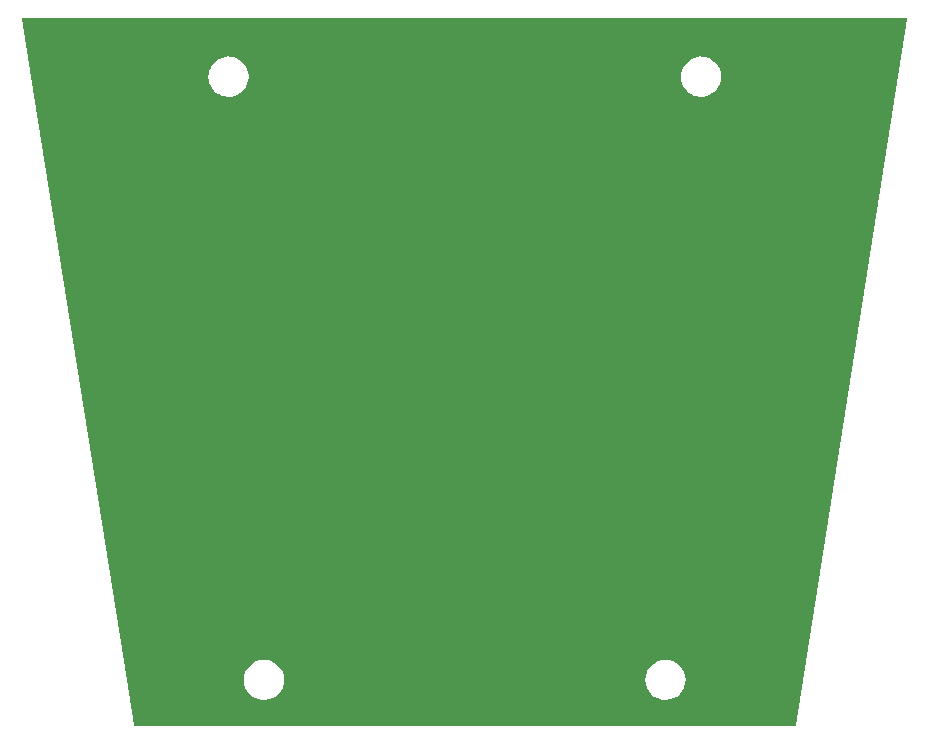
<source format=gbr>
%TF.GenerationSoftware,KiCad,Pcbnew,8.0.0-rc3*%
%TF.CreationDate,2024-02-21T00:14:42-08:00*%
%TF.ProjectId,hb100_horn_horizontal_wall,68623130-305f-4686-9f72-6e5f686f7269,rev?*%
%TF.SameCoordinates,Original*%
%TF.FileFunction,Soldermask,Top*%
%TF.FilePolarity,Negative*%
%FSLAX46Y46*%
G04 Gerber Fmt 4.6, Leading zero omitted, Abs format (unit mm)*
G04 Created by KiCad (PCBNEW 8.0.0-rc3) date 2024-02-21 00:14:42*
%MOMM*%
%LPD*%
G01*
G04 APERTURE LIST*
G04 APERTURE END LIST*
G36*
X106921864Y-21519685D02*
G01*
X106967619Y-21572489D01*
X106977563Y-21641647D01*
X106977300Y-21643389D01*
X97516561Y-81402814D01*
X97486636Y-81465951D01*
X97427327Y-81502887D01*
X97394086Y-81507425D01*
X41605914Y-81507425D01*
X41538875Y-81487740D01*
X41493120Y-81434936D01*
X41483439Y-81402814D01*
X40877936Y-77578109D01*
X50800000Y-77578109D01*
X50833116Y-77910378D01*
X50833116Y-77910381D01*
X50930262Y-78229090D01*
X50930264Y-78229095D01*
X51087554Y-78522506D01*
X51299815Y-78780439D01*
X51556901Y-78990877D01*
X51851800Y-79148033D01*
X52232483Y-79255077D01*
X52502165Y-79276461D01*
X52894616Y-79229825D01*
X52894620Y-79229824D01*
X53152219Y-79146371D01*
X53152223Y-79146369D01*
X53446731Y-78988446D01*
X53446740Y-78988441D01*
X53703304Y-78777320D01*
X53914861Y-78518889D01*
X54071460Y-78224932D01*
X54071461Y-78224930D01*
X54178782Y-77846064D01*
X54199869Y-77578109D01*
X84800000Y-77578109D01*
X84833116Y-77910378D01*
X84833116Y-77910381D01*
X84930262Y-78229090D01*
X84930264Y-78229095D01*
X85087554Y-78522506D01*
X85299815Y-78780439D01*
X85556901Y-78990877D01*
X85851800Y-79148033D01*
X86232483Y-79255077D01*
X86502165Y-79276461D01*
X86894616Y-79229825D01*
X86894620Y-79229824D01*
X87152219Y-79146371D01*
X87152223Y-79146369D01*
X87446731Y-78988446D01*
X87446740Y-78988441D01*
X87703304Y-78777320D01*
X87914861Y-78518889D01*
X88071460Y-78224932D01*
X88071461Y-78224930D01*
X88178782Y-77846064D01*
X88199999Y-77576463D01*
X88199999Y-77576456D01*
X88153521Y-77181916D01*
X88153519Y-77181906D01*
X88070008Y-76924488D01*
X88070004Y-76924477D01*
X87912119Y-76629935D01*
X87700971Y-76373273D01*
X87372758Y-76117556D01*
X87148526Y-76005027D01*
X87148512Y-76005021D01*
X86829943Y-75908789D01*
X86829932Y-75908787D01*
X86497425Y-75876466D01*
X86497418Y-75876466D01*
X86166842Y-75909429D01*
X85847205Y-76006795D01*
X85847199Y-76006798D01*
X85502344Y-76200240D01*
X85296489Y-76375813D01*
X85051946Y-76686247D01*
X85051939Y-76686257D01*
X84928768Y-76927438D01*
X84832157Y-77247370D01*
X84800000Y-77578109D01*
X54199869Y-77578109D01*
X54199999Y-77576463D01*
X54199999Y-77576456D01*
X54153521Y-77181916D01*
X54153519Y-77181906D01*
X54070008Y-76924488D01*
X54070004Y-76924477D01*
X53912119Y-76629935D01*
X53700971Y-76373273D01*
X53372758Y-76117556D01*
X53148526Y-76005027D01*
X53148512Y-76005021D01*
X52829943Y-75908789D01*
X52829932Y-75908787D01*
X52497425Y-75876466D01*
X52497418Y-75876466D01*
X52166842Y-75909429D01*
X51847205Y-76006795D01*
X51847199Y-76006798D01*
X51502344Y-76200240D01*
X51296489Y-76375813D01*
X51051946Y-76686247D01*
X51051939Y-76686257D01*
X50928768Y-76927438D01*
X50832157Y-77247370D01*
X50800000Y-77578109D01*
X40877936Y-77578109D01*
X32791568Y-26500000D01*
X47797499Y-26500000D01*
X47817451Y-26759884D01*
X47817451Y-26759889D01*
X47876840Y-27013677D01*
X47876841Y-27013682D01*
X47974277Y-27255435D01*
X47974281Y-27255441D01*
X48107473Y-27479479D01*
X48273309Y-27680568D01*
X48467899Y-27853986D01*
X48467907Y-27853993D01*
X48686676Y-27995666D01*
X48686684Y-27995670D01*
X48924523Y-28102291D01*
X48924525Y-28102292D01*
X49175853Y-28171358D01*
X49175857Y-28171359D01*
X49434790Y-28201251D01*
X49695249Y-28191269D01*
X49951134Y-28141642D01*
X50196435Y-28053541D01*
X50425428Y-27929018D01*
X50632713Y-27771011D01*
X50813459Y-27583204D01*
X50813463Y-27583200D01*
X50963419Y-27370009D01*
X51079073Y-27136425D01*
X51079074Y-27136422D01*
X51157716Y-26887924D01*
X51197506Y-26630324D01*
X51197506Y-26630317D01*
X51200000Y-26500000D01*
X87797499Y-26500000D01*
X87817451Y-26759884D01*
X87817451Y-26759889D01*
X87876840Y-27013677D01*
X87876841Y-27013682D01*
X87974277Y-27255435D01*
X87974281Y-27255441D01*
X88107473Y-27479479D01*
X88273309Y-27680568D01*
X88467899Y-27853986D01*
X88467907Y-27853993D01*
X88686676Y-27995666D01*
X88686684Y-27995670D01*
X88924523Y-28102291D01*
X88924525Y-28102292D01*
X89175853Y-28171358D01*
X89175857Y-28171359D01*
X89434790Y-28201251D01*
X89695249Y-28191269D01*
X89951134Y-28141642D01*
X90196435Y-28053541D01*
X90425428Y-27929018D01*
X90632713Y-27771011D01*
X90813459Y-27583204D01*
X90813463Y-27583200D01*
X90963419Y-27370009D01*
X91079073Y-27136425D01*
X91079074Y-27136422D01*
X91157716Y-26887924D01*
X91197506Y-26630324D01*
X91197506Y-26630317D01*
X91200000Y-26500000D01*
X91197506Y-26369682D01*
X91197506Y-26369675D01*
X91157716Y-26112075D01*
X91079074Y-25863577D01*
X91079073Y-25863574D01*
X90963419Y-25629990D01*
X90813463Y-25416799D01*
X90813459Y-25416795D01*
X90632713Y-25228988D01*
X90425428Y-25070981D01*
X90196435Y-24946458D01*
X89951134Y-24858357D01*
X89695249Y-24808730D01*
X89434790Y-24798748D01*
X89175857Y-24828640D01*
X89175853Y-24828641D01*
X88924525Y-24897707D01*
X88924523Y-24897708D01*
X88686684Y-25004329D01*
X88686676Y-25004333D01*
X88467907Y-25146006D01*
X88467899Y-25146013D01*
X88273309Y-25319431D01*
X88107473Y-25520520D01*
X87974281Y-25744558D01*
X87974277Y-25744564D01*
X87876841Y-25986317D01*
X87876840Y-25986322D01*
X87817451Y-26240110D01*
X87817451Y-26240115D01*
X87797499Y-26499997D01*
X87797499Y-26500000D01*
X51200000Y-26500000D01*
X51197506Y-26369682D01*
X51197506Y-26369675D01*
X51157716Y-26112075D01*
X51079074Y-25863577D01*
X51079073Y-25863574D01*
X50963419Y-25629990D01*
X50813463Y-25416799D01*
X50813459Y-25416795D01*
X50632713Y-25228988D01*
X50425428Y-25070981D01*
X50196435Y-24946458D01*
X49951134Y-24858357D01*
X49695249Y-24808730D01*
X49434790Y-24798748D01*
X49175857Y-24828640D01*
X49175853Y-24828641D01*
X48924525Y-24897707D01*
X48924523Y-24897708D01*
X48686684Y-25004329D01*
X48686676Y-25004333D01*
X48467907Y-25146006D01*
X48467899Y-25146013D01*
X48273309Y-25319431D01*
X48107473Y-25520520D01*
X47974281Y-25744558D01*
X47974277Y-25744564D01*
X47876841Y-25986317D01*
X47876840Y-25986322D01*
X47817451Y-26240110D01*
X47817451Y-26240115D01*
X47797499Y-26499997D01*
X47797499Y-26500000D01*
X32791568Y-26500000D01*
X32022700Y-21643389D01*
X32031660Y-21574097D01*
X32076660Y-21520648D01*
X32143413Y-21500013D01*
X32145175Y-21500000D01*
X106854825Y-21500000D01*
X106921864Y-21519685D01*
G37*
M02*

</source>
